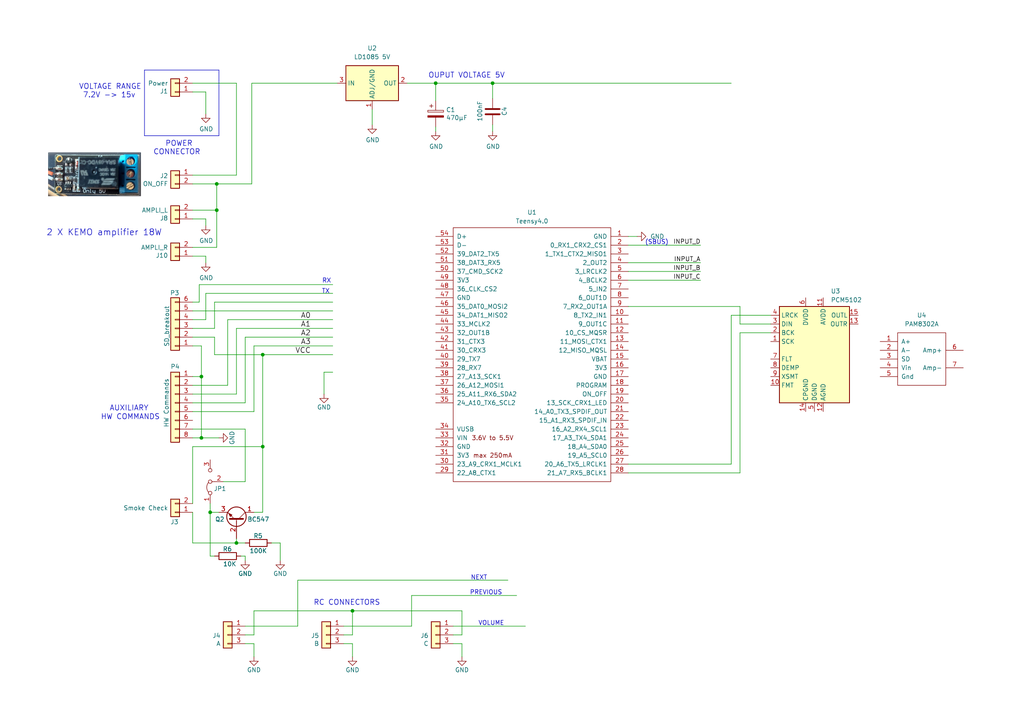
<source format=kicad_sch>
(kicad_sch (version 20231120) (generator "eeschema") (generator_version "8.0")
  (paper "A4")
  (title_block (title "RC SOUND MODULE") (date "2024-06-17") (rev "V1.0"))
  (lib_symbols
    (symbol "Audio:PCM5102"
      (property "Reference" "U3" (at 4.7341 17.145 0))
      (property "Value" "PCM5102" (at 4.7341 14.605 0))
      (symbol "PCM5102_0_1"
        (rectangle (start -10.16 12.7) (end 10.16 -15.24) (stroke (width 0.254)) (fill (type background)))
      )
      (symbol "PCM5102_1_1"
        (pin input line (at -12.7 2.54 0) (length 2.54) (name "SCK") (number "1"))
        (pin input line (at -12.7 -10.16 0) (length 2.54) (name "FMT") (number "10"))
        (pin power_in line (at 2.54 15.24 270) (length 2.54) (name "AVDD") (number "11"))
        (pin power_in line (at 2.54 -17.78 90) (length 2.54) (name "AGND") (number "12"))
        (pin output line (at 12.7 7.62 180) (length 2.54) (name "OUTR") (number "13"))
        (pin power_in line (at -2.54 -17.78 90) (length 2.54) (name "CPGND") (number "14"))
        (pin output line (at 12.7 10.16 180) (length 2.54) (name "OUTL") (number "15"))
        (pin input line (at -12.7 5.08 0) (length 2.54) (name "BCK") (number "2"))
        (pin input line (at -12.7 7.62 0) (length 2.54) (name "DIN") (number "3"))
        (pin input line (at -12.7 10.16 0) (length 2.54) (name "LRCK") (number "4"))
        (pin power_in line (at 0 -17.78 90) (length 2.54) (name "DGND") (number "5"))
        (pin power_in line (at -2.54 15.24 270) (length 2.54) (name "DVDD") (number "6"))
        (pin input line (at -12.7 -2.54 0) (length 2.54) (name "FLT") (number "7"))
        (pin input line (at -12.7 -5.08 0) (length 2.54) (name "DEMP") (number "8"))
        (pin input line (at -12.7 -7.62 0) (length 2.54) (name "XSMT") (number "9"))
      )
    )
    (symbol "BURC_Decoder-rescue:CP-Device" (pin_numbers hide) (pin_names (offset 0.254))
      (property "Reference" "C" (at 0.635 2.54 0))
      (property "Value" "CP-Device" (at 0.635 -2.54 0))
      (symbol "CP-Device_0_1"
        (rectangle (start -2.286 0.508) (end 2.286 1.016))
        (polyline (pts (xy -1.778 2.286) (xy -0.762 2.286)))
        (polyline (pts (xy -1.27 2.794) (xy -1.27 1.778)))
        (rectangle (start 2.286 -0.508) (end -2.286 -1.016) (fill (type outline)))
      )
      (symbol "CP-Device_1_1"
        (pin passive line (at 0 3.81 270) (length 2.794) (name "~") (number "1"))
        (pin passive line (at 0 -3.81 90) (length 2.794) (name "~") (number "2"))
      )
    )
    (symbol "BURC_Decoder-rescue:R_POT-Device" (pin_names (offset 1.016) hide)
      (property "Reference" "RV" (at -4.445 0 90))
      (property "Value" "R_POT-Device" (at -2.54 0 90))
      (symbol "R_POT-Device_0_1"
        (polyline (pts (xy 2.54 0) (xy 1.524 0)))
        (polyline (pts (xy 1.143 0) (xy 2.286 0.508) (xy 2.286 -0.508) (xy 1.143 0)) (fill (type outline)))
        (rectangle (start 1.016 2.54) (end -1.016 -2.54) (stroke (width 0.254)))
      )
      (symbol "R_POT-Device_1_1"
        (pin passive line (at 0 3.81 270) (length 1.27) (name "1") (number "1"))
        (pin passive line (at 3.81 0 180) (length 1.27) (name "2") (number "2"))
        (pin passive line (at 0 -3.81 90) (length 1.27) (name "3") (number "3"))
      )
    )
    (symbol "Connector_Generic:Conn_01x01" (pin_names (offset 1.016) hide)
      (property "Reference" "J" (at 0 2.54 0))
      (property "Value" "Conn_01x01" (at 0 -2.54 0))
      (symbol "Conn_01x01_1_1"
        (rectangle (start -1.27 0.127) (end 0 -0.127) (stroke (width 0.1524)))
        (rectangle (start -1.27 1.27) (end 1.27 -1.27) (stroke (width 0.254)) (fill (type background)))
        (pin passive line (at -5.08 0 0) (length 3.81) (name "Pin_1") (number "1"))
      )
    )
    (symbol "Connector_Generic:Conn_01x02" (pin_names (offset 1.016) hide)
      (property "Reference" "J" (at 0 2.54 0))
      (property "Value" "Conn_01x02" (at 0 -5.08 0))
      (symbol "Conn_01x02_1_1"
        (rectangle (start -1.27 -2.413) (end 0 -2.667) (stroke (width 0.1524)))
        (rectangle (start -1.27 0.127) (end 0 -0.127) (stroke (width 0.1524)))
        (rectangle (start -1.27 1.27) (end 1.27 -3.81) (stroke (width 0.254)) (fill (type background)))
        (pin passive line (at -5.08 0 0) (length 3.81) (name "Pin_1") (number "1"))
        (pin passive line (at -5.08 -2.54 0) (length 3.81) (name "Pin_2") (number "2"))
      )
    )
    (symbol "Connector_Generic:Conn_01x03" (pin_names (offset 1.016) hide)
      (property "Reference" "J" (at 0 5.08 0))
      (property "Value" "Conn_01x03" (at 0 -5.08 0))
      (symbol "Conn_01x03_1_1"
        (rectangle (start -1.27 -2.413) (end 0 -2.667) (stroke (width 0.1524)))
        (rectangle (start -1.27 0.127) (end 0 -0.127) (stroke (width 0.1524)))
        (rectangle (start -1.27 2.667) (end 0 2.413) (stroke (width 0.1524)))
        (rectangle (start -1.27 3.81) (end 1.27 -3.81) (stroke (width 0.254)) (fill (type background)))
        (pin passive line (at -5.08 2.54 0) (length 3.81) (name "Pin_1") (number "1"))
        (pin passive line (at -5.08 0 0) (length 3.81) (name "Pin_2") (number "2"))
        (pin passive line (at -5.08 -2.54 0) (length 3.81) (name "Pin_3") (number "3"))
      )
    )
    (symbol "Connector_Generic:Conn_01x06" (pin_names (offset 1.016) hide)
      (property "Reference" "J" (at 0 7.62 0))
      (property "Value" "Conn_01x06" (at 0 -10.16 0))
      (symbol "Conn_01x06_1_1"
        (rectangle (start -1.27 -7.493) (end 0 -7.747) (stroke (width 0.1524)))
        (rectangle (start -1.27 -4.953) (end 0 -5.207) (stroke (width 0.1524)))
        (rectangle (start -1.27 -2.413) (end 0 -2.667) (stroke (width 0.1524)))
        (rectangle (start -1.27 0.127) (end 0 -0.127) (stroke (width 0.1524)))
        (rectangle (start -1.27 2.667) (end 0 2.413) (stroke (width 0.1524)))
        (rectangle (start -1.27 5.207) (end 0 4.953) (stroke (width 0.1524)))
        (rectangle (start -1.27 6.35) (end 1.27 -8.89) (stroke (width 0.254)) (fill (type background)))
        (pin passive line (at -5.08 5.08 0) (length 3.81) (name "Pin_1") (number "1"))
        (pin passive line (at -5.08 2.54 0) (length 3.81) (name "Pin_2") (number "2"))
        (pin passive line (at -5.08 0 0) (length 3.81) (name "Pin_3") (number "3"))
        (pin passive line (at -5.08 -2.54 0) (length 3.81) (name "Pin_4") (number "4"))
        (pin passive line (at -5.08 -5.08 0) (length 3.81) (name "Pin_5") (number "5"))
        (pin passive line (at -5.08 -7.62 0) (length 3.81) (name "Pin_6") (number "6"))
      )
    )
    (symbol "Connector_Generic:Conn_01x08" (pin_names (offset 1.016) hide)
      (property "Reference" "J" (at 0 10.16 0))
      (property "Value" "Conn_01x08" (at 0 -12.7 0))
      (symbol "Conn_01x08_1_1"
        (rectangle (start -1.27 -10.033) (end 0 -10.287) (stroke (width 0.1524)))
        (rectangle (start -1.27 -7.493) (end 0 -7.747) (stroke (width 0.1524)))
        (rectangle (start -1.27 -4.953) (end 0 -5.207) (stroke (width 0.1524)))
        (rectangle (start -1.27 -2.413) (end 0 -2.667) (stroke (width 0.1524)))
        (rectangle (start -1.27 0.127) (end 0 -0.127) (stroke (width 0.1524)))
        (rectangle (start -1.27 2.667) (end 0 2.413) (stroke (width 0.1524)))
        (rectangle (start -1.27 5.207) (end 0 4.953) (stroke (width 0.1524)))
        (rectangle (start -1.27 7.747) (end 0 7.493) (stroke (width 0.1524)))
        (rectangle (start -1.27 8.89) (end 1.27 -11.43) (stroke (width 0.254)) (fill (type background)))
        (pin passive line (at -5.08 7.62 0) (length 3.81) (name "Pin_1") (number "1"))
        (pin passive line (at -5.08 5.08 0) (length 3.81) (name "Pin_2") (number "2"))
        (pin passive line (at -5.08 2.54 0) (length 3.81) (name "Pin_3") (number "3"))
        (pin passive line (at -5.08 0 0) (length 3.81) (name "Pin_4") (number "4"))
        (pin passive line (at -5.08 -2.54 0) (length 3.81) (name "Pin_5") (number "5"))
        (pin passive line (at -5.08 -5.08 0) (length 3.81) (name "Pin_6") (number "6"))
        (pin passive line (at -5.08 -7.62 0) (length 3.81) (name "Pin_7") (number "7"))
        (pin passive line (at -5.08 -10.16 0) (length 3.81) (name "Pin_8") (number "8"))
      )
    )
    (symbol "Device:C" (pin_numbers hide) (pin_names (offset 0.254))
      (property "Reference" "C" (at 0.635 2.54 0))
      (property "Value" "C" (at 0.635 -2.54 0))
      (symbol "C_0_1"
        (polyline (pts (xy -2.032 -0.762) (xy 2.032 -0.762)) (stroke (width 0.508)))
        (polyline (pts (xy -2.032 0.762) (xy 2.032 0.762)) (stroke (width 0.508)))
      )
      (symbol "C_1_1"
        (pin passive line (at 0 3.81 270) (length 2.794) (name "~") (number "1"))
        (pin passive line (at 0 -3.81 90) (length 2.794) (name "~") (number "2"))
      )
    )
    (symbol "Device:LED" (pin_numbers hide) (pin_names (offset 1.016) hide)
      (property "Reference" "D" (at 0 2.54 0))
      (property "Value" "LED" (at 0 -2.54 0))
      (symbol "LED_0_1"
        (polyline (pts (xy -1.27 -1.27) (xy -1.27 1.27)) (stroke (width 0.254)))
        (polyline (pts (xy -1.27 0) (xy 1.27 0)))
        (polyline (pts (xy 1.27 -1.27) (xy 1.27 1.27) (xy -1.27 0) (xy 1.27 -1.27)) (stroke (width 0.254)))
        (polyline (pts (xy -3.048 -0.762) (xy -4.572 -2.286) (xy -3.81 -2.286) (xy -4.572 -2.286) (xy -4.572 -1.524)))
        (polyline (pts (xy -1.778 -0.762) (xy -3.302 -2.286) (xy -2.54 -2.286) (xy -3.302 -2.286) (xy -3.302 -1.524)))
      )
      (symbol "LED_1_1"
        (pin passive line (at -3.81 0 0) (length 2.54) (name "K") (number "1"))
        (pin passive line (at 3.81 0 180) (length 2.54) (name "A") (number "2"))
      )
    )
    (symbol "Device:R" (pin_numbers hide) (pin_names (offset 0))
      (property "Reference" "R" (at 2.032 0 90))
      (property "Value" "R" (at 0 0 90))
      (symbol "R_0_1"
        (rectangle (start -1.016 -2.54) (end 1.016 2.54) (stroke (width 0.254)))
      )
      (symbol "R_1_1"
        (pin passive line (at 0 3.81 270) (length 1.27) (name "~") (number "1"))
        (pin passive line (at 0 -3.81 90) (length 1.27) (name "~") (number "2"))
      )
    )
    (symbol "GND_1" (power) (pin_names (offset 0))
      (property "Value" "GND" (at 0 -3.81 0))
      (symbol "GND_1_0_1"
        (polyline (pts (xy 0 0) (xy 0 -1.27) (xy 1.27 -1.27) (xy 0 -2.54) (xy -1.27 -1.27) (xy 0 -1.27)))
      )
      (symbol "GND_1_1_1"
        (pin power_in line (at 0 0 270) (length 0) hide (name "GND") (number "1"))
      )
    )
    (symbol "Jumper:Jumper_3_Bridged12" (pin_names (offset 0) hide)
      (property "Reference" "JP" (at -2.54 -2.54 0))
      (property "Value" "Jumper_3_Bridged12" (at 0 2.794 0))
      (symbol "Jumper_3_Bridged12_0_0"
        (circle (center -3.302 0) (radius 0.508))
        (circle (center 0 0) (radius 0.508))
        (circle (center 3.302 0) (radius 0.508))
      )
      (symbol "Jumper_3_Bridged12_0_1"
        (arc (start -0.254 0.508) (mid -1.651 0.9912) (end -3.048 0.508))
        (polyline (pts (xy 0 -1.27) (xy 0 -0.508)))
      )
      (symbol "Jumper_3_Bridged12_1_1"
        (pin passive line (at -6.35 0 0) (length 2.54) (name "A") (number "1"))
        (pin passive line (at 0 -3.81 90) (length 2.54) (name "C") (number "2"))
        (pin passive line (at 6.35 0 180) (length 2.54) (name "B") (number "3"))
      )
    )
    (symbol "Regulator_Linear:LD1086V-DG"
      (property "Reference" "U" (at 0 10.16 0))
      (property "Value" "LD1086V-DG" (at 0 7.62 0))
      (symbol "LD1086V-DG_1_1"
        (rectangle (start -7.62 -5.08) (end 7.62 5.08) (stroke (width 0.254)) (fill (type background)))
        (pin input line (at 0 -7.62 90) (length 2.54) (name "ADJ/GND") (number "1"))
        (pin power_out line (at 10.16 0 180) (length 2.54) (name "OUT") (number "2"))
        (pin power_in line (at -10.16 0 0) (length 2.54) (name "IN") (number "3"))
      )
    )
    (symbol "Teensy_Lib:Teensy4.0" (pin_names (offset 1.016))
      (property "Reference" "U" (at 0 39.37 0))
      (property "Value" "Teensy4.0" (at 0 -39.37 0))
      (symbol "Teensy4.0_0_0"
        (text "3.6V to 5.5V" (at 11.43 -24.13 0) (effects (font (size 1.27 1.27))))
        (text "max 250mA" (at 11.43 -29.21 0) (effects (font (size 1.27 1.27))))
        (pin bidirectional line (at -27.94 11.43 0) (length 5.08) (name "8_TX2_IN1") (number "10"))
        (pin bidirectional line (at -27.94 8.89 0) (length 5.08) (name "9_OUT1C") (number "11"))
        (pin bidirectional line (at -27.94 6.35 0) (length 5.08) (name "10_CS_MQSR") (number "12"))
        (pin bidirectional line (at -27.94 3.81 0) (length 5.08) (name "11_MOSI_CTX1") (number "13"))
        (pin bidirectional line (at -27.94 1.27 0) (length 5.08) (name "12_MISO_MQSL") (number "14"))
        (pin power_in line (at -27.94 -1.27 0) (length 5.08) (name "VBAT") (number "15"))
        (pin power_in line (at -27.94 -3.81 0) (length 5.08) (name "3V3") (number "16"))
        (pin power_in line (at -27.94 -6.35 0) (length 5.08) (name "GND") (number "17"))
        (pin input line (at -27.94 -8.89 0) (length 5.08) (name "PROGRAM") (number "18"))
        (pin input line (at -27.94 -11.43 0) (length 5.08) (name "ON_OFF") (number "19"))
        (pin bidirectional line (at -27.94 -13.97 0) (length 5.08) (name "13_SCK_CRX1_LED") (number "20"))
        (pin bidirectional line (at -27.94 -16.51 0) (length 5.08) (name "14_A0_TX3_SPDIF_OUT") (number "21"))
        (pin bidirectional line (at -27.94 -19.05 0) (length 5.08) (name "15_A1_RX3_SPDIF_IN") (number "22"))
        (pin bidirectional line (at -27.94 -21.59 0) (length 5.08) (name "16_A2_RX4_SCL1") (number "23"))
        (pin bidirectional line (at -27.94 -24.13 0) (length 5.08) (name "17_A3_TX4_SDA1") (number "24"))
        (pin bidirectional line (at -27.94 -26.67 0) (length 5.08) (name "18_A4_SDA0") (number "25"))
        (pin bidirectional line (at -27.94 -29.21 0) (length 5.08) (name "19_A5_SCL0") (number "26"))
        (pin bidirectional line (at -27.94 -31.75 0) (length 5.08) (name "20_A6_TX5_LRCLK1") (number "27"))
        (pin bidirectional line (at -27.94 -34.29 0) (length 5.08) (name "21_A7_RX5_BCLK1") (number "28"))
        (pin bidirectional line (at 27.94 -34.29 180) (length 5.08) (name "22_A8_CTX1") (number "29"))
        (pin bidirectional line (at 27.94 -31.75 180) (length 5.08) (name "23_A9_CRX1_MCLK1") (number "30"))
        (pin power_out line (at 27.94 -29.21 180) (length 5.08) (name "3V3") (number "31"))
        (pin power_in line (at 27.94 -26.67 180) (length 5.08) (name "GND") (number "32"))
        (pin power_in line (at 27.94 -24.13 180) (length 5.08) (name "VIN") (number "33"))
        (pin power_out line (at 27.94 -21.59 180) (length 5.08) (name "VUSB") (number "34"))
        (pin bidirectional line (at 27.94 -13.97 180) (length 5.08) (name "24_A10_TX6_SCL2") (number "35"))
        (pin bidirectional line (at 27.94 -11.43 180) (length 5.08) (name "25_A11_RX6_SDA2") (number "36"))
        (pin bidirectional line (at 27.94 -8.89 180) (length 5.08) (name "26_A12_MOSI1") (number "37"))
        (pin bidirectional line (at 27.94 -6.35 180) (length 5.08) (name "27_A13_SCK1") (number "38"))
        (pin bidirectional line (at 27.94 -3.81 180) (length 5.08) (name "28_RX7") (number "39"))
        (pin bidirectional line (at 27.94 -1.27 180) (length 5.08) (name "29_TX7") (number "40"))
        (pin bidirectional line (at 27.94 1.27 180) (length 5.08) (name "30_CRX3") (number "41"))
        (pin bidirectional line (at 27.94 3.81 180) (length 5.08) (name "31_CTX3") (number "42"))
        (pin bidirectional line (at 27.94 6.35 180) (length 5.08) (name "32_OUT1B") (number "43"))
        (pin bidirectional line (at 27.94 8.89 180) (length 5.08) (name "33_MCLK2") (number "44"))
        (pin bidirectional line (at 27.94 11.43 180) (length 5.08) (name "34_DAT1_MISO2") (number "45"))
        (pin bidirectional line (at 27.94 13.97 180) (length 5.08) (name "35_DAT0_MOSI2") (number "46"))
        (pin power_out line (at 27.94 16.51 180) (length 5.08) (name "GND") (number "47"))
        (pin bidirectional line (at 27.94 19.05 180) (length 5.08) (name "36_CLK_CS2") (number "48"))
        (pin power_out line (at 27.94 21.59 180) (length 5.08) (name "3V3") (number "49"))
        (pin bidirectional line (at -27.94 24.13 0) (length 5.08) (name "3_LRCLK2") (number "5"))
        (pin bidirectional line (at 27.94 24.13 180) (length 5.08) (name "37_CMD_SCK2") (number "50"))
        (pin bidirectional line (at 27.94 26.67 180) (length 5.08) (name "38_DAT3_RX5") (number "51"))
        (pin bidirectional line (at 27.94 29.21 180) (length 5.08) (name "39_DAT2_TX5") (number "52"))
        (pin bidirectional line (at 27.94 31.75 180) (length 5.08) (name "D-") (number "53"))
        (pin bidirectional line (at 27.94 34.29 180) (length 5.08) (name "D+") (number "54"))
        (pin bidirectional line (at -27.94 21.59 0) (length 5.08) (name "4_BCLK2") (number "6"))
        (pin bidirectional line (at -27.94 19.05 0) (length 5.08) (name "5_IN2") (number "7"))
        (pin bidirectional line (at -27.94 16.51 0) (length 5.08) (name "6_OUT1D") (number "8"))
        (pin bidirectional line (at -27.94 13.97 0) (length 5.08) (name "7_RX2_OUT1A") (number "9"))
      )
      (symbol "Teensy4.0_0_1"
        (rectangle (start -22.86 36.83) (end 22.86 -36.83))
        (rectangle (start -20.32 -31.75) (end -20.32 -31.75))
      )
      (symbol "Teensy4.0_1_1"
        (pin power_in line (at -27.94 34.29 0) (length 5.08) (name "GND") (number "1"))
        (pin bidirectional line (at -27.94 31.75 0) (length 5.08) (name "0_RX1_CRX2_CS1") (number "2"))
        (pin bidirectional line (at -27.94 29.21 0) (length 5.08) (name "1_TX1_CTX2_MISO1") (number "3"))
        (pin bidirectional line (at -27.94 26.67 0) (length 5.08) (name "2_OUT2") (number "4"))
      )
    )
    (symbol "Transistor_BJT:BC547" (pin_names (offset 0) hide)
      (property "Reference" "Q" (at 5.08 1.905 0))
      (property "Value" "BC547" (at 5.08 0 0))
      (symbol "BC547_0_1"
        (polyline (pts (xy 0 0) (xy 0.635 0)))
        (polyline (pts (xy 0.635 0.635) (xy 2.54 2.54)))
        (polyline (pts (xy 0.635 -0.635) (xy 2.54 -2.54) (xy 2.54 -2.54)))
        (polyline (pts (xy 0.635 1.905) (xy 0.635 -1.905) (xy 0.635 -1.905)) (stroke (width 0.508)))
        (polyline (pts (xy 1.27 -1.778) (xy 1.778 -1.27) (xy 2.286 -2.286) (xy 1.27 -1.778) (xy 1.27 -1.778)) (fill (type outline)))
        (circle (center 1.27 0) (radius 2.8194) (stroke (width 0.254)))
      )
      (symbol "BC547_1_1"
        (pin passive line (at 2.54 5.08 270) (length 2.54) (name "C") (number "1"))
        (pin input line (at -5.08 0 0) (length 5.08) (name "B") (number "2"))
        (pin passive line (at 2.54 -5.08 90) (length 2.54) (name "E") (number "3"))
      )
    )
    (symbol "pam8302:PAM8302A" (pin_names (offset 1.016))
      (property "Reference" "U" (at 7.62 -1.27 0))
      (property "Value" "PAM8302A" (at 7.62 16.51 0))
      (symbol "PAM8302A_0_1"
        (rectangle (start 0 15.24) (end 13.97 0))
      )
      (symbol "PAM8302A_1_1"
        (pin input line (at -5.08 12.7 0) (length 5.08) (name "A+") (number "1"))
        (pin input line (at -5.08 10.16 0) (length 5.08) (name "A-") (number "2"))
        (pin input line (at -5.08 7.62 0) (length 5.08) (name "SD") (number "3"))
        (pin input line (at -5.08 5.08 0) (length 5.08) (name "Vin") (number "4"))
        (pin input line (at -5.08 2.54 0) (length 5.08) (name "Gnd") (number "5"))
        (pin input line (at 19.05 10.16 180) (length 5.08) (name "Amp+") (number "6"))
        (pin input line (at 19.05 5.08 180) (length 5.08) (name "Amp-") (number "7"))
      )
    )
    (symbol "power:GND" (power) (pin_names (offset 0))
      (property "Value" "GND" (at 0 -3.81 0))
      (symbol "GND_0_1"
        (polyline (pts (xy 0 0) (xy 0 -1.27) (xy 1.27 -1.27) (xy 0 -2.54) (xy -1.27 -1.27) (xy 0 -1.27)))
      )
      (symbol "GND_1_1"
        (pin power_in line (at 0 0 270) (length 0) hide (name "GND") (number "1"))
      )
    )
  )
  (junction (at 58.42 127))
  (junction (at 320.04 127.635))
  (junction (at 58.42 109.22))
  (junction (at 62.865 53.34))
  (junction (at 126.365 24.13))
  (junction (at 62.865 60.96))
  (junction (at 102.235 177.165))
  (junction (at 60.96 148.59))
  (junction (at 68.58 157.48))
  (junction (at 76.2 102.87))
  (junction (at 142.875 24.13))
  (junction (at 76.2 129.54))
  (wire (pts (xy 59.69 92.71) (xy 55.88 92.71)))
  (wire (pts (xy 58.42 109.22) (xy 55.88 109.22)))
  (wire (pts (xy 71.12 186.69) (xy 73.66 186.69)))
  (wire (pts (xy 93.98 107.95) (xy 93.98 114.3)))
  (wire (pts (xy 86.36 168.275) (xy 86.36 181.61)))
  (wire (pts (xy 320.04 123.825) (xy 320.04 127.635)))
  (wire (pts (xy 325.12 99.695) (xy 325.12 102.87)))
  (wire (pts (xy 323.85 138.43) (xy 325.755 138.43)))
  (wire (pts (xy 131.445 184.15) (xy 133.985 184.15)))
  (wire (pts (xy 214.63 137.16) (xy 182.245 137.16)))
  (wire (pts (xy 320.04 127.635) (xy 320.04 134.62)))
  (wire (pts (xy 68.58 95.25) (xy 96.52 95.25)))
  (wire (pts (xy 73.66 119.38) (xy 73.66 100.33)))
  (wire (pts (xy 334.01 33.655) (xy 337.82 33.655)))
  (wire (pts (xy 73.66 186.69) (xy 73.66 190.5)))
  (wire (pts (xy 340.36 69.85) (xy 340.36 74.93)))
  (wire (pts (xy 73.66 177.165) (xy 73.66 184.15)))
  (wire (pts (xy 99.695 186.69) (xy 102.235 186.69)))
  (wire (pts (xy 57.785 82.55) (xy 57.785 87.63)))
  (wire (pts (xy 59.69 85.09) (xy 59.69 92.71)))
  (wire (pts (xy 334.01 49.53) (xy 337.82 49.53)))
  (wire (pts (xy 99.695 184.15) (xy 102.235 184.15)))
  (wire (pts (xy 69.85 161.29) (xy 71.12 161.29)))
  (wire (pts (xy 182.245 81.28) (xy 203.2 81.28)))
  (wire (pts (xy 55.88 71.755) (xy 62.865 71.755)))
  (wire (pts (xy 55.88 157.48) (xy 55.88 148.59)))
  (wire (pts (xy 73.66 177.165) (xy 102.235 177.165)))
  (wire (pts (xy 55.88 119.38) (xy 73.66 119.38)))
  (wire (pts (xy 59.69 26.67) (xy 55.88 26.67)))
  (wire (pts (xy 336.55 78.74) (xy 334.01 78.74)))
  (wire (pts (xy 60.96 146.05) (xy 60.96 148.59)))
  (wire (pts (xy 68.58 157.48) (xy 71.12 157.48)))
  (wire (pts (xy 66.04 111.76) (xy 66.04 92.71)))
  (wire (pts (xy 66.04 92.71) (xy 96.52 92.71)))
  (wire (pts (xy 126.365 36.83) (xy 126.365 38.1)))
  (wire (pts (xy 214.63 96.52) (xy 214.63 137.16)))
  (wire (pts (xy 58.42 127) (xy 58.42 109.22)))
  (wire (pts (xy 59.69 74.295) (xy 55.88 74.295)))
  (wire (pts (xy 353.06 83.82) (xy 353.06 74.93)))
  (wire (pts (xy 322.58 81.28) (xy 325.12 81.28)))
  (wire (pts (xy 60.96 161.29) (xy 62.23 161.29)))
  (wire (pts (xy 340.36 90.805) (xy 348.615 90.805)))
  (wire (pts (xy 73.66 100.33) (xy 96.52 100.33)))
  (wire (pts (xy 59.69 33.02) (xy 59.69 26.67)))
  (wire (pts (xy 223.52 91.44) (xy 212.09 91.44)))
  (wire (pts (xy 212.09 91.44) (xy 212.09 134.62)))
  (wire (pts (xy 118.11 24.13) (xy 126.365 24.13)))
  (wire (pts (xy 62.865 60.96) (xy 55.88 60.96)))
  (wire (pts (xy 182.245 134.62) (xy 212.09 134.62)))
  (wire (pts (xy 64.77 139.7) (xy 71.12 139.7)))
  (wire (pts (xy 223.52 96.52) (xy 214.63 96.52)))
  (wire (pts (xy 355.6 83.82) (xy 355.6 80.01)))
  (wire (pts (xy 55.88 116.84) (xy 71.12 116.84)))
  (wire (pts (xy 55.88 100.33) (xy 58.42 100.33)))
  (wire (pts (xy 131.445 186.69) (xy 133.985 186.69)))
  (wire (pts (xy 326.39 123.825) (xy 320.04 123.825)))
  (wire (pts (xy 133.985 184.15) (xy 133.985 177.165)))
  (wire (pts (xy 62.23 102.87) (xy 62.23 97.79)))
  (polyline (pts (xy 63.5 39.37) (xy 63.5 20.32)))
  (wire (pts (xy 334.645 138.43) (xy 333.375 138.43)))
  (wire (pts (xy 355.6 80.01) (xy 361.315 80.01)))
  (wire (pts (xy 326.39 126.365) (xy 324.485 126.365)))
  (wire (pts (xy 182.245 76.2) (xy 203.2 76.2)))
  (wire (pts (xy 119.38 181.61) (xy 119.38 172.72)))
  (wire (pts (xy 353.06 74.93) (xy 361.315 74.93)))
  (wire (pts (xy 311.785 130.175) (xy 311.785 137.795)))
  (wire (pts (xy 182.245 68.58) (xy 184.785 68.58)))
  (wire (pts (xy 126.365 29.21) (xy 126.365 24.13)))
  (wire (pts (xy 81.28 157.48) (xy 81.28 162.56)))
  (wire (pts (xy 78.74 157.48) (xy 81.28 157.48)))
  (wire (pts (xy 73.66 148.59) (xy 76.2 148.59)))
  (wire (pts (xy 142.875 36.195) (xy 142.875 38.1)))
  (wire (pts (xy 55.88 24.13) (xy 68.58 24.13)))
  (wire (pts (xy 334.01 40.005) (xy 334.01 33.655)))
  (wire (pts (xy 336.55 97.155) (xy 334.01 97.155)))
  (wire (pts (xy 334.01 55.88) (xy 334.01 49.53)))
  (wire (pts (xy 60.96 148.59) (xy 60.96 161.29)))
  (wire (pts (xy 133.985 186.69) (xy 133.985 190.5)))
  (wire (pts (xy 68.58 114.3) (xy 68.58 95.25)))
  (wire (pts (xy 58.42 100.33) (xy 58.42 109.22)))
  (wire (pts (xy 55.88 146.05) (xy 55.88 129.54)))
  (wire (pts (xy 119.38 172.72) (xy 149.86 172.72)))
  (polyline (pts (xy 41.91 39.37) (xy 63.5 39.37)))
  (wire (pts (xy 86.36 181.61) (xy 71.12 181.61)))
  (wire (pts (xy 102.235 184.15) (xy 102.235 177.165)))
  (wire (pts (xy 73.025 24.13) (xy 97.79 24.13)))
  (wire (pts (xy 348.615 90.805) (xy 348.615 72.39)))
  (wire (pts (xy 71.12 97.79) (xy 96.52 97.79)))
  (wire (pts (xy 71.12 161.29) (xy 71.12 162.56)))
  (wire (pts (xy 62.865 53.34) (xy 73.025 53.34)))
  (polyline (pts (xy 41.91 20.32) (xy 41.91 39.37)))
  (wire (pts (xy 322.58 78.74) (xy 326.39 78.74)))
  (wire (pts (xy 337.82 168.275) (xy 343.535 168.275)))
  (wire (pts (xy 107.95 31.75) (xy 107.95 36.195)))
  (wire (pts (xy 96.52 82.55) (xy 57.785 82.55)))
  (wire (pts (xy 340.36 100.965) (xy 340.36 102.87)))
  (wire (pts (xy 214.63 93.98) (xy 214.63 88.9)))
  (wire (pts (xy 332.74 140.97) (xy 332.74 144.78)))
  (wire (pts (xy 133.985 177.165) (xy 102.235 177.165)))
  (wire (pts (xy 330.835 31.115) (xy 337.82 31.115)))
  (wire (pts (xy 55.88 90.17) (xy 96.52 90.17)))
  (wire (pts (xy 55.88 124.46) (xy 71.12 124.46)))
  (wire (pts (xy 340.36 82.55) (xy 340.36 84.455)))
  (wire (pts (xy 223.52 93.98) (xy 214.63 93.98)))
  (wire (pts (xy 55.88 114.3) (xy 68.58 114.3)))
  (wire (pts (xy 71.12 184.15) (xy 73.66 184.15)))
  (polyline (pts (xy 63.5 20.32) (xy 41.91 20.32)))
  (wire (pts (xy 62.23 97.79) (xy 55.88 97.79)))
  (wire (pts (xy 334.645 140.97) (xy 332.74 140.97)))
  (wire (pts (xy 358.775 77.47) (xy 361.315 77.47)))
  (wire (pts (xy 76.2 129.54) (xy 55.88 129.54)))
  (wire (pts (xy 142.875 24.13) (xy 212.09 24.13)))
  (wire (pts (xy 102.235 186.69) (xy 102.235 190.5)))
  (wire (pts (xy 62.23 87.63) (xy 62.23 95.25)))
  (wire (pts (xy 93.98 107.95) (xy 96.52 107.95)))
  (wire (pts (xy 340.36 69.85) (xy 361.315 69.85)))
  (wire (pts (xy 348.615 72.39) (xy 361.315 72.39)))
  (wire (pts (xy 309.245 127.635) (xy 320.04 127.635)))
  (wire (pts (xy 59.69 76.2) (xy 59.69 74.295)))
  (wire (pts (xy 182.245 71.12) (xy 203.2 71.12)))
  (wire (pts (xy 58.42 127) (xy 55.88 127)))
  (wire (pts (xy 214.63 88.9) (xy 182.245 88.9)))
  (wire (pts (xy 68.58 50.8) (xy 68.58 24.13)))
  (wire (pts (xy 142.875 24.13) (xy 142.875 28.575)))
  (wire (pts (xy 147.32 168.275) (xy 86.36 168.275)))
  (wire (pts (xy 62.23 95.25) (xy 55.88 95.25)))
  (wire (pts (xy 182.245 78.74) (xy 203.2 78.74)))
  (wire (pts (xy 96.52 85.09) (xy 59.69 85.09)))
  (wire (pts (xy 55.88 50.8) (xy 68.58 50.8)))
  (wire (pts (xy 62.865 53.34) (xy 62.865 60.96)))
  (wire (pts (xy 322.58 99.695) (xy 325.12 99.695)))
  (wire (pts (xy 71.12 116.84) (xy 71.12 97.79)))
  (wire (pts (xy 322.58 97.155) (xy 326.39 97.155)))
  (wire (pts (xy 59.69 63.5) (xy 55.88 63.5)))
  (wire (pts (xy 126.365 24.13) (xy 142.875 24.13)))
  (wire (pts (xy 71.12 124.46) (xy 71.12 139.7)))
  (wire (pts (xy 62.865 71.755) (xy 62.865 60.96)))
  (wire (pts (xy 76.2 102.87) (xy 76.2 129.54)))
  (wire (pts (xy 131.445 181.61) (xy 152.4 181.61)))
  (wire (pts (xy 99.695 181.61) (xy 119.38 181.61)))
  (wire (pts (xy 63.5 148.59) (xy 60.96 148.59)))
  (wire (pts (xy 59.69 65.405) (xy 59.69 63.5)))
  (wire (pts (xy 63.5 127) (xy 58.42 127)))
  (wire (pts (xy 340.36 93.345) (xy 340.36 90.805)))
  (wire (pts (xy 76.2 148.59) (xy 76.2 129.54)))
  (wire (pts (xy 76.2 102.87) (xy 62.23 102.87)))
  (wire (pts (xy 55.88 111.76) (xy 66.04 111.76)))
  (wire (pts (xy 57.785 87.63) (xy 55.88 87.63)))
  (wire (pts (xy 358.775 77.47) (xy 358.775 82.55)))
  (wire (pts (xy 68.58 157.48) (xy 55.88 157.48)))
  (wire (pts (xy 73.025 53.34) (xy 73.025 24.13)))
  (wire (pts (xy 324.485 126.365) (xy 324.485 128.905)))
  (wire (pts (xy 55.88 53.34) (xy 62.865 53.34)))
  (wire (pts (xy 309.245 132.715) (xy 313.69 132.715)))
  (wire (pts (xy 337.82 46.99) (xy 330.835 46.99)))
  (wire (pts (xy 76.2 102.87) (xy 96.52 102.87)))
  (wire (pts (xy 311.785 130.175) (xy 309.245 130.175)))
  (wire (pts (xy 320.04 142.24) (xy 320.04 144.145)))
  (wire (pts (xy 62.23 87.63) (xy 96.52 87.63)))
  (wire (pts (xy 325.12 81.28) (xy 325.12 84.455)))
  (wire (pts (xy 327.66 168.275) (xy 330.2 168.275)))
  (wire (pts (xy 68.58 157.48) (xy 68.58 156.21)))
  (image (at 27.432 50.546) (scale 0.168933))
  (text "2 X KEMO amplifier 18W" (at 30.226 67.564 0) (effects (font (size 1.778 1.778))))
  (text "AUXILIARY" (at 31.75 119.38 0) (effects (font (size 1.524 1.524)) (justify left bottom)))
  (text "RX" (at 94.742 81.534 0) (effects (font (size 1.27 1.27))))
  (text "INPUT AMPLI LEFT" (at 328.295 152.019 0) (effects (font (size 1.27 1.27))))
  (text "OUPUT VOLTAGE 5V" (at 124.206 22.86 0) (effects (font (size 1.524 1.524)) (justify left bottom)))
  (text "VOLUME" (at 142.494 180.848 0) (effects (font (size 1.27 1.27))))
  (text "INPUT AMPLI RIGHT" (at 327.025 108.966 0) (effects (font (size 1.27 1.27))))
  (text "(SBUS)" (at 190.5 70.358 0) (effects (font (size 1.27 1.27))))
  (text "NEXT" (at 138.938 167.64 0) (effects (font (size 1.27 1.27))))
  (text "   POWER\nCONNECTOR" (at 44.45 45.085 0) (effects (font (size 1.524 1.524)) (justify left bottom)))
  (text "RC CONNECTORS" (at 90.932 175.768 0) (effects (font (size 1.524 1.524)) (justify left bottom)))
  (text "INPUT AMPLI LEFT" (at 328.295 73.66 0) (effects (font (size 1.27 1.27))))
  (text "PREVIOUS" (at 140.97 171.958 0) (effects (font (size 1.27 1.27))))
  (text "VOLTAGE RANGE\n 7.2V -> 15v" (at 22.86 28.575 0) (effects (font (size 1.524 1.524)) (justify left bottom)))
  (text "TX" (at 94.488 84.582 0) (effects (font (size 1.27 1.27))))
  (text "HW COMMANDS" (at 29.21 121.92 0) (effects (font (size 1.524 1.524)) (justify left bottom)))
  (label "A3" (at 90.17 100.33 180) (effects (font (size 1.524 1.524))))
  (label "INPUT_C" (at 203.2 81.28 180))
  (label "INPUT_D" (at 203.2 71.12 180))
  (label "A1" (at 90.17 95.25 180) (effects (font (size 1.524 1.524))))
  (label "VCC" (at 90.17 102.87 180) (effects (font (size 1.524 1.524))))
  (label "INPUT_B" (at 203.2 78.74 180))
  (label "INPUT_A" (at 203.2 76.2 180))
  (label "A0" (at 90.17 92.71 180) (effects (font (size 1.524 1.524))))
  (label "A2" (at 90.17 97.79 180) (effects (font (size 1.524 1.524))))
  (symbol (lib_id "power:GND") (at 93.98 114.3 0) (unit 1)
    (property "Reference" "#PWR0103" (effects (hide yes)))
    (property "Value" "GND" (at 93.98 118.11 0))
  )
  (symbol (lib_id "BURC_Decoder-rescue:CP-Device") (at 126.365 33.02 0) (unit 1)
    (property "Reference" "C1" (at 129.3622 31.8516 0) (effects (justify left)))
    (property "Value" "470µF" (at 129.3622 34.163 0) (effects (justify left)))
    (property "Footprint" "Capacitor_THT:C_Radial_D8.0mm_H11.5mm_P3.50mm" (effects (hide yes)))
  )
  (symbol (lib_id "power:GND") (at 126.365 38.1 0) (unit 1)
    (property "Reference" "#PWR0109" (effects (hide yes)))
    (property "Value" "GND" (at 126.492 42.4942 0))
  )
  (symbol (lib_id "power:GND") (at 107.95 36.195 0) (unit 1)
    (property "Reference" "#PWR0108" (effects (hide yes)))
    (property "Value" "GND" (at 108.077 40.5892 0))
  )
  (symbol (lib_id "Connector_Generic:Conn_01x02") (at 50.8 26.67 180) (unit 1)
    (property "Reference" "J1" (at 48.768 26.4668 0) (effects (justify left)))
    (property "Value" "Power" (at 48.768 24.1554 0) (effects (justify left)))
    (property "Footprint" "Sound_Myca_Teensy:bornier2" (effects (hide yes)))
  )
  (symbol (lib_id "power:GND") (at 59.69 33.02 0) (unit 1)
    (property "Reference" "#PWR0105" (effects (hide yes)))
    (property "Value" "GND" (at 59.817 37.4142 0))
  )
  (symbol (lib_id "Connector_Generic:Conn_01x08") (at 50.8 116.84 0) (mirror y) (unit 1)
    (property "Reference" "P4" (at 50.8 106.3244 0))
    (property "Value" "HW Commands" (at 48.26 116.84 90))
    (property "Footprint" "Connector_PinHeader_2.54mm:PinHeader_1x08_P2.54mm_Vertical" (effects (hide yes)))
    (property "Description" "Generic connector, single row, 01x08, script generated (kicad-library-utils/schlib/autogen/connector/)" (effects (hide yes)))
  )
  (symbol (lib_id "power:GND") (at 63.5 127 90) (unit 1)
    (property "Reference" "#PWR0102" (effects (hide yes)))
    (property "Value" "GND" (at 67.31 127 0))
  )
  (symbol (lib_id "BURC_Decoder-rescue:R_POT-Device") (at 320.04 138.43 0) (mirror x) (unit 1)
    (property "Reference" "RV1" (at 318.2874 139.5984 0) (effects (justify right)))
    (property "Value" "10K" (at 318.2874 137.287 0) (effects (justify right)))
    (property "Footprint" "Sound_Myca_Teensy:Potentiometer_Round_5.08x5.08_Vertical" (effects (hide yes)))
  )
  (symbol (lib_id "Device:R") (at 330.835 182.245 90) (unit 1)
    (property "Reference" "R1" (at 329.6666 179.4764 90) (effects (justify left)))
    (property "Value" "1K" (at 332.9686 179.4764 90) (effects (justify left)))
    (property "Footprint" "Resistor_THT:R_Axial_DIN0204_L3.6mm_D1.6mm_P7.62mm_Horizontal" (effects (hide yes)))
  )
  (symbol (lib_id "Device:C") (at 329.565 138.43 90) (unit 1)
    (property "Reference" "C3" (at 329.692 135.001 90))
    (property "Value" "1µF" (at 329.692 142.113 90))
    (property "Footprint" "Capacitor_THT:C_Disc_D5.0mm_W2.5mm_P5.00mm" (effects (hide yes)))
  )
  (symbol (lib_id "Connector_Generic:Conn_01x02") (at 339.725 140.97 0) (mirror x) (unit 1)
    (property "Reference" "J7" (at 338.455 143.891 0) (effects (justify left)))
    (property "Value" "OUTPUT_L" (at 335.661 135.509 0) (effects (justify left)))
    (property "Footprint" "Sound_Myca_Teensy:bornier2" (effects (hide yes)))
  )
  (symbol (lib_id "power:GND") (at 320.04 144.145 0) (unit 1)
    (property "Reference" "#PWR0112" (effects (hide yes)))
    (property "Value" "GND" (at 320.167 148.5392 0))
  )
  (symbol (lib_id "power:GND") (at 311.785 137.795 0) (unit 1)
    (property "Reference" "#PWR0113" (effects (hide yes)))
    (property "Value" "GND" (at 311.912 142.1892 0))
  )
  (symbol (lib_id "Device:LED") (at 323.85 168.275 0) (mirror y) (unit 1)
    (property "Reference" "D1" (at 324.0278 162.7632 0))
    (property "Value" "LED Alr" (at 324.0278 165.0746 0))
    (property "Footprint" "LED_THT:LED_D3.0mm" (effects (hide yes)))
  )
  (symbol (lib_id "power:GND") (at 343.535 168.275 90) (unit 1)
    (property "Reference" "#PWR0111" (effects (hide yes)))
    (property "Value" "GND" (at 347.9292 168.148 0))
  )
  (symbol (lib_id "Connector_Generic:Conn_01x03") (at 66.04 184.15 0) (mirror y) (unit 1)
    (property "Reference" "J4" (at 64.008 184.3532 0) (effects (justify left)))
    (property "Value" "A" (at 64.008 186.6646 0) (effects (justify left)))
    (property "Footprint" "Connector_PinHeader_2.54mm:PinHeader_1x03_P2.54mm_Vertical" (effects (hide yes)))
  )
  (symbol (lib_id "Connector_Generic:Conn_01x03") (at 94.615 184.15 0) (mirror y) (unit 1)
    (property "Reference" "J5" (at 92.583 184.3532 0) (effects (justify left)))
    (property "Value" "B" (at 92.583 186.6646 0) (effects (justify left)))
    (property "Footprint" "Connector_PinHeader_2.54mm:PinHeader_1x03_P2.54mm_Vertical" (effects (hide yes)))
  )
  (symbol (lib_id "Connector_Generic:Conn_01x03") (at 126.365 184.15 0) (mirror y) (unit 1)
    (property "Reference" "J6" (at 124.333 184.3532 0) (effects (justify left)))
    (property "Value" "C" (at 124.333 186.6646 0) (effects (justify left)))
    (property "Footprint" "Connector_PinHeader_2.54mm:PinHeader_1x03_P2.54mm_Vertical" (effects (hide yes)))
  )
  (symbol (lib_id "power:GND") (at 73.66 190.5 0) (unit 1)
    (property "Reference" "#PWR0106" (effects (hide yes)))
    (property "Value" "GND" (at 73.66 194.31 0))
  )
  (symbol (lib_id "Device:R") (at 334.01 168.275 90) (unit 1)
    (property "Reference" "R3" (at 332.8416 165.5064 90) (effects (justify left)))
    (property "Value" "470" (at 337.1342 165.5064 90) (effects (justify left)))
    (property "Footprint" "Resistor_THT:R_Axial_DIN0204_L3.6mm_D1.6mm_P7.62mm_Horizontal" (effects (hide yes)))
  )
  (symbol (lib_id "Connector_Generic:Conn_01x01") (at 325.755 46.99 0) (mirror y) (unit 1)
    (property "Reference" "J14" (at 322.199 46.99 0))
    (property "Value" "OUTPUT_R" (at 324.993 50.038 0))
    (property "Footprint" "Sound_Myca_Teensy:bornier1" (effects (hide yes)))
    (property "Description" "Generic connector, single row, 01x01, script generated (kicad-library-utils/schlib/autogen/connector/)" (effects (hide yes)))
  )
  (symbol (lib_id "power:GND") (at 334.01 40.005 0) (mirror y) (unit 1)
    (property "Reference" "#PWR08" (effects (hide yes)))
    (property "Value" "GND" (at 333.883 44.3992 0))
  )
  (symbol (lib_id "Device:R") (at 66.04 161.29 90) (unit 1)
    (property "Reference" "R6" (at 67.31 159.258 90) (effects (justify left)))
    (property "Value" "10K" (at 68.58 163.576 90) (effects (justify left)))
    (property "Footprint" "Resistor_THT:R_Axial_DIN0204_L3.6mm_D1.6mm_P7.62mm_Horizontal" (effects (hide yes)))
  )
  (symbol (lib_id "Connector_Generic:Conn_01x06") (at 50.8 95.25 180) (unit 1)
    (property "Reference" "P3" (at 50.673 84.963 0))
    (property "Value" "SD_breakout" (at 48.387 94.615 90))
    (property "Footprint" "Sound_Myca_Teensy:SD_BREAKOUT_MINI" (effects (hide yes)))
    (property "Description" "Generic connector, single row, 01x06, script generated (kicad-library-utils/schlib/autogen/connector/)" (effects (hide yes)))
  )
  (symbol (lib_id "Connector_Generic:Conn_01x02") (at 342.9 33.655 0) (mirror x) (unit 1)
    (property "Reference" "J11" (at 344.932 33.4518 0) (effects (justify left)))
    (property "Value" "HP_L" (at 344.932 31.1404 0) (effects (justify left)))
    (property "Footprint" "Sound_Myca_Teensy:bornier2" (effects (hide yes)))
  )
  (symbol (lib_id "power:GND") (at 59.69 65.405 0) (unit 1)
    (property "Reference" "#PWR06" (effects (hide yes)))
    (property "Value" "GND" (at 59.817 69.7992 0))
  )
  (symbol (lib_id "Connector_Generic:Conn_01x02") (at 355.6 88.9 270) (unit 1)
    (property "Reference" "J15" (at 358.775 87.6299 90) (effects (justify left)))
    (property "Value" "OUT" (at 352.171 91.948 90) (effects (justify left)))
    (property "Footprint" "Connector_PinHeader_2.54mm:PinHeader_2x01_P2.54mm_Vertical" (effects (hide yes)))
    (property "Description" "Generic connector, single row, 01x02, script generated (kicad-library-utils/schlib/autogen/connector/)" (effects (hide yes)))
  )
  (symbol (lib_id "Connector_Generic:Conn_01x01") (at 325.755 31.115 0) (mirror y) (unit 1)
    (property "Reference" "J13" (at 322.199 31.115 0))
    (property "Value" "OUTPUT_L" (at 324.993 34.163 0))
    (property "Footprint" "Sound_Myca_Teensy:bornier1" (effects (hide yes)))
    (property "Description" "Generic connector, single row, 01x01, script generated (kicad-library-utils/schlib/autogen/connector/)" (effects (hide yes)))
  )
  (symbol (lib_id "power:GND") (at 102.235 190.5 0) (unit 1)
    (property "Reference" "#PWR012" (effects (hide yes)))
    (property "Value" "GND" (at 102.235 194.31 0))
  )
  (symbol (lib_id "Jumper:Jumper_3_Bridged12") (at 60.96 139.7 90) (unit 1)
    (property "Reference" "JP1" (at 61.976 141.732 90) (effects (justify right)))
    (property "Value" "Jumper_2_Open" (effects (hide yes)))
    (property "Footprint" "Connector_PinHeader_2.54mm:PinHeader_1x03_P2.54mm_Vertical" (effects (hide yes)))
    (property "Description" "Jumper, 3-pole, pins 1+2 closed/bridged" (effects (hide yes)))
  )
  (symbol (lib_id "Connector_Generic:Conn_01x02") (at 50.8 63.5 180) (unit 1)
    (property "Reference" "J8" (at 48.768 63.2968 0) (effects (justify left)))
    (property "Value" "AMPLI_L" (at 48.768 60.9854 0) (effects (justify left)))
    (property "Footprint" "Sound_Myca_Teensy:bornier2" (effects (hide yes)))
  )
  (symbol (lib_id "Device:C") (at 142.875 32.385 0) (mirror x) (unit 1)
    (property "Reference" "C4" (at 146.304 32.258 90))
    (property "Value" "100nF" (at 139.192 32.258 90))
    (property "Footprint" "Capacitor_THT:C_Disc_D5.0mm_W2.5mm_P5.00mm" (effects (hide yes)))
  )
  (symbol (lib_id "Device:C") (at 330.2 78.74 270) (mirror x) (unit 1)
    (property "Reference" "C5" (at 330.073 75.311 90))
    (property "Value" "1µF" (at 330.073 82.423 90))
    (property "Footprint" "Capacitor_THT:C_Disc_D5.0mm_W2.5mm_P5.00mm" (effects (hide yes)))
  )
  (symbol (lib_id "power:GND") (at 334.01 55.88 0) (mirror y) (unit 1)
    (property "Reference" "#PWR09" (effects (hide yes)))
    (property "Value" "GND" (at 333.883 60.2742 0))
  )
  (symbol (lib_id "power:GND") (at 325.12 102.87 0) (mirror y) (unit 1)
    (property "Reference" "#PWR05" (effects (hide yes)))
    (property "Value" "GND" (at 324.993 107.2642 0))
  )
  (symbol (lib_id "BURC_Decoder-rescue:R_POT-Device") (at 340.36 97.155 180) (unit 1)
    (property "Reference" "RV2" (at 342.1126 98.3234 0) (effects (justify right)))
    (property "Value" "10K" (at 342.1126 96.012 0) (effects (justify right)))
    (property "Footprint" "Sound_Myca_Teensy:Potentiometer_Round_5.08x5.08_Vertical" (effects (hide yes)))
  )
  (symbol (lib_id "Connector_Generic:Conn_01x02") (at 50.8 148.59 180) (unit 1)
    (property "Reference" "J3" (at 51.816 151.384 0) (effects (justify left)))
    (property "Value" "Smoke Check" (at 48.768 147.3454 0) (effects (justify left)))
    (property "Footprint" "Connector_PinHeader_2.54mm:PinHeader_1x02_P2.54mm_Vertical" (effects (hide yes)))
  )
  (symbol (lib_id "Connector_Generic:Conn_01x02") (at 317.5 81.28 180) (unit 1)
    (property "Reference" "J17" (at 315.468 82.3468 0) (effects (justify left)))
    (property "Value" "OUTPUT_R" (at 315.468 80.0354 0) (effects (justify left)))
    (property "Footprint" "Sound_Myca_Teensy:bornier2" (effects (hide yes)))
  )
  (symbol (lib_id "Device:C") (at 330.2 97.155 270) (mirror x) (unit 1)
    (property "Reference" "C2" (at 330.073 93.726 90))
    (property "Value" "1µF" (at 330.073 100.838 90))
    (property "Footprint" "Capacitor_THT:C_Disc_D5.0mm_W2.5mm_P5.00mm" (effects (hide yes)))
  )
  (symbol (lib_id "Connector_Generic:Conn_01x02") (at 331.47 123.825 0) (unit 1)
    (property "Reference" "J16" (at 329.565 129.159 0) (effects (justify left)))
    (property "Value" "OUT_LINE" (at 334.645 129.667 90) (effects (justify left)))
    (property "Footprint" "Connector_PinHeader_2.54mm:PinHeader_2x01_P2.54mm_Vertical" (effects (hide yes)))
    (property "Description" "Generic connector, single row, 01x02, script generated (kicad-library-utils/schlib/autogen/connector/)" (effects (hide yes)))
  )
  (symbol (lib_id "Connector_Generic:Conn_01x02") (at 50.8 50.8 0) (mirror y) (unit 1)
    (property "Reference" "J2" (at 48.768 51.0032 0) (effects (justify left)))
    (property "Value" "ON_OFF" (at 48.768 53.3146 0) (effects (justify left)))
    (property "Footprint" "Sound_Myca_Teensy:bornier2" (effects (hide yes)))
  )
  (symbol (lib_id "power:GND") (at 133.985 190.5 0) (unit 1)
    (property "Reference" "#PWR011" (effects (hide yes)))
    (property "Value" "GND" (at 133.985 194.31 0))
  )
  (symbol (lib_id "Connector_Generic:Conn_01x02") (at 50.8 74.295 180) (unit 1)
    (property "Reference" "J10" (at 48.768 74.0918 0) (effects (justify left)))
    (property "Value" "AMPLI_R" (at 48.768 71.7804 0) (effects (justify left)))
    (property "Footprint" "Sound_Myca_Teensy:bornier2" (effects (hide yes)))
  )
  (symbol (lib_id "power:GND") (at 81.28 162.56 0) (unit 1)
    (property "Reference" "#PWR01" (effects (hide yes)))
    (property "Value" "GND" (at 81.28 166.37 0))
  )
  (symbol (lib_id "Regulator_Linear:LD1086V-DG") (at 107.95 24.13 0) (unit 1)
    (property "Reference" "U2" (at 107.95 13.97 0))
    (property "Value" "LD1085 5V" (at 107.95 16.51 0))
    (property "Footprint" "Package_TO_SOT_THT:TO-220-3_Horizontal_TabDown" (effects (hide yes)))
    (property "Datasheet" "https://www.st.com/resource/en/datasheet/ld1086.pdf" (effects (hide yes)))
    (property "Description" "Positive, 1.5A 30V, Linear Regulator, Adjustable, TO-220" (effects (hide yes)))
  )
  (symbol (lib_id "Transistor_BJT:BC547") (at 68.58 151.13 270) (mirror x) (unit 1)
    (property "Reference" "Q2" (at 63.754 150.622 90))
    (property "Value" "BC547" (at 74.93 150.622 90))
    (property "Footprint" "Package_TO_SOT_THT:TO-92_Inline" (effects (hide yes)))
    (property "Datasheet" "https://www.onsemi.com/pub/Collateral/BC550-D.pdf" (effects (hide yes)))
    (property "Description" "0.1A Ic, 45V Vce, Small Signal NPN Transistor, TO-92" (effects (hide yes)))
  )
  (symbol (lib_id "power:GND") (at 340.36 84.455 0) (mirror y) (unit 1)
    (property "Reference" "#PWR015" (effects (hide yes)))
    (property "Value" "GND" (at 340.233 88.646 0))
  )
  (symbol (lib_id "power:GND") (at 324.485 128.905 0) (unit 1)
    (property "Reference" "#PWR013" (effects (hide yes)))
    (property "Value" "GND" (at 324.612 133.2992 0))
  )
  (symbol (lib_id "BURC_Decoder-rescue:R_POT-Device") (at 340.36 78.74 180) (unit 1)
    (property "Reference" "RV3" (at 342.1126 79.9084 0) (effects (justify right)))
    (property "Value" "10K" (at 342.1126 77.597 0) (effects (justify right)))
    (property "Footprint" "Sound_Myca_Teensy:Potentiometer_Round_5.08x5.08_Vertical" (effects (hide yes)))
  )
  (symbol (lib_id "Audio:PCM5102") (at 236.22 101.6 0) (unit 1)
    (property "Reference" "U3" (at 240.9541 84.455 0) (effects (justify left)))
    (property "Value" "PCM5102" (at 240.9541 86.995 0) (effects (justify left)))
    (property "Footprint" "Sound_Myca_Teensy:pcm5102" (effects (hide yes)))
    (property "Datasheet" "http://www.ti.com/lit/ds/symlink/pcm5102.pdf" (effects (hide yes)))
    (property "Description" "2VRMS DirectPath, 112dB Audio Stereo DAC with 32-bit, 384kHz PCM Interface, TSSOP-20" (effects (hide yes)))
  )
  (symbol (lib_id "Connector_Generic:Conn_01x02") (at 317.5 99.695 180) (unit 1)
    (property "Reference" "J9" (at 315.468 100.7618 0) (effects (justify left)))
    (property "Value" "OUTPUT_R" (at 315.468 98.4504 0) (effects (justify left)))
    (property "Footprint" "Sound_Myca_Teensy:bornier2" (effects (hide yes)))
  )
  (symbol (lib_id "power:GND") (at 71.12 162.56 0) (unit 1)
    (property "Reference" "#PWR02" (effects (hide yes)))
    (property "Value" "GND" (at 71.12 166.37 0))
  )
  (symbol (lib_id "Connector_Generic:Conn_01x02") (at 342.9 46.99 0) (unit 1)
    (property "Reference" "J12" (at 344.932 47.1932 0) (effects (justify left)))
    (property "Value" "HP_R" (at 344.932 49.5046 0) (effects (justify left)))
    (property "Footprint" "Sound_Myca_Teensy:bornier2" (effects (hide yes)))
  )
  (symbol (lib_id "power:GND") (at 325.12 84.455 0) (mirror y) (unit 1)
    (property "Reference" "#PWR014" (effects (hide yes)))
    (property "Value" "GND" (at 325.247 88.265 0))
  )
  (symbol (lib_id "Device:R") (at 74.93 157.48 90) (unit 1)
    (property "Reference" "R5" (at 76.2 155.448 90) (effects (justify left)))
    (property "Value" "100K" (at 77.47 159.766 90) (effects (justify left)))
    (property "Footprint" "Resistor_THT:R_Axial_DIN0204_L3.6mm_D1.6mm_P7.62mm_Horizontal" (effects (hide yes)))
  )
  (symbol (lib_id "pam8302:PAM8302A") (at 260.35 111.76 0) (unit 1)
    (property "Reference" "U4" (at 267.335 91.44 0))
    (property "Value" "PAM8302A" (at 267.335 93.98 0))
    (property "Footprint" "Sound_Myca_Teensy:pam8302a" (effects (hide yes)))
  )
  (symbol (lib_id "Teensy_Lib:Teensy4.0") (at 154.305 102.87 0) (mirror y) (unit 1)
    (property "Reference" "U1" (at 154.305 61.595 0))
    (property "Value" "Teensy4.0" (at 154.305 64.135 0))
    (property "Footprint" "Sound_Myca_Teensy:Teensy40" (effects (hide yes)))
  )
  (symbol (lib_id "power:GND") (at 59.69 76.2 0) (unit 1)
    (property "Reference" "#PWR07" (effects (hide yes)))
    (property "Value" "GND" (at 59.817 80.5942 0))
  )
  (symbol (lib_id "power:GND") (at 340.36 102.87 0) (mirror y) (unit 1)
    (property "Reference" "#PWR03" (effects (hide yes)))
    (property "Value" "GND" (at 340.233 107.2642 0))
  )
  (symbol (lib_id "power:GND") (at 332.74 144.78 0) (unit 1)
    (property "Reference" "#PWR04" (effects (hide yes)))
    (property "Value" "GND" (at 332.867 149.1742 0))
  )
  (symbol (lib_name "GND_1") (lib_id "power:GND") (at 184.785 68.58 90) (unit 1)
    (property "Reference" "#PWR016" (effects (hide yes)))
    (property "Value" "GND" (at 188.595 68.5799 90) (effects (justify right)))
    (property "Description" "Power symbol creates a global label with name \"GND\" , ground" (effects (hide yes)))
  )
  (symbol (lib_id "power:GND") (at 142.875 38.1 0) (unit 1)
    (property "Reference" "#PWR010" (effects (hide yes)))
    (property "Value" "GND" (at 143.002 42.4942 0))
  )
)
</source>
